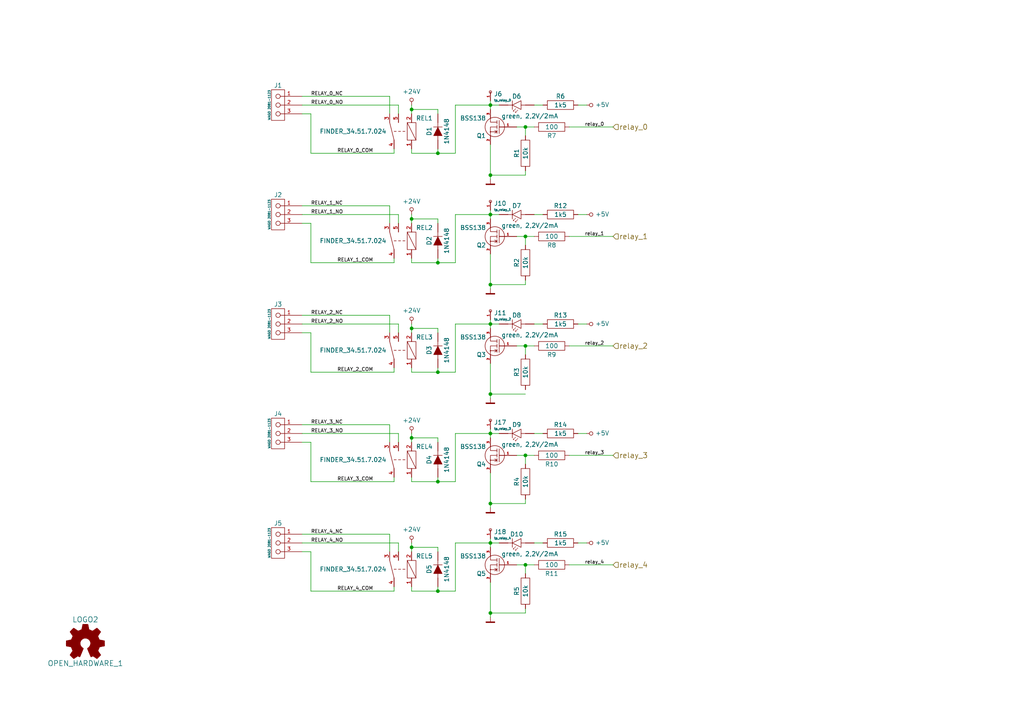
<source format=kicad_sch>
(kicad_sch (version 20211123) (generator eeschema)
  (paper "A4")
  (title_block (title "switch 3pole 5x (relays)") (date "2018-12-27") (rev "B") (company "koewiba"))
  (lib_symbols
    (symbol "connectors:CONN_1" (pin_names (offset 1.016))
      (property "Reference" "J" (at 0 1.905 0))
      (property "Value" "CONN_1" (at 0 -1.905 0))
      (symbol "CONN_1_0_1"
        (circle (center 0 0) (radius 0.3556))
      )
      (symbol "CONN_1_1_1"
        (pin passive line (at -2.54 0 0) (length 2.54) (name "~") (number "1"))
      )
    )
    (symbol "connectors:CONN_3X1" (pin_names (offset 1.016) hide)
      (property "Reference" "J" (at 1.905 5.715 0))
      (property "Value" "CONN_3X1" (at 4.445 0 90))
      (symbol "CONN_3X1_0_1"
        (rectangle (start 0 4.445) (end 3.81 -4.445))
      )
      (symbol "CONN_3X1_1_1"
        (pin passive inverted (at -5.08 2.54 0) (length 7.62) (name "1") (number "1"))
        (pin passive inverted (at -5.08 0 0) (length 7.62) (name "2") (number "2"))
        (pin input inverted (at -5.08 -2.54 0) (length 7.62) (name "3") (number "3"))
      )
    )
    (symbol "logo:OPEN_HARDWARE_1" (pin_names (offset 1.016))
      (property "Reference" "LOGO" (at 0 6.985 0))
      (property "Value" "OPEN_HARDWARE_1" (at 0 -5.715 0))
      (symbol "OPEN_HARDWARE_1_0_1"
        (polyline (pts (xy 3.3528 -4.3434) (xy 3.302 -4.318) (xy 3.175 -4.2418) (xy 2.9972 -4.1148) (xy 2.7686 -3.9624) (xy 2.54 -3.81) (xy 2.3622 -3.7084) (xy 2.2352 -3.6068) (xy 2.1844 -3.5814) (xy 2.159 -3.6068) (xy 2.0574 -3.6576) (xy 1.905 -3.7338) (xy 1.8034 -3.7846) (xy 1.6764 -3.8354) (xy 1.6002 -3.8354) (xy 1.6002 -3.8354) (xy 1.5494 -3.7338) (xy 1.4732 -3.5306) (xy 1.3462 -3.302) (xy 1.2446 -3.0226) (xy 1.1176 -2.7178) (xy 0.9652 -2.413) (xy 0.8636 -2.1082) (xy 0.7366 -1.8288) (xy 0.6604 -1.6256) (xy 0.6096 -1.4732) (xy 0.5842 -1.397) (xy 0.5842 -1.397) (xy 0.6604 -1.3208) (xy 0.7874 -1.2446) (xy 1.0414 -1.016) (xy 1.2954 -0.6858) (xy 1.4478 -0.3302) (xy 1.524 0.0762) (xy 1.4732 0.4572) (xy 1.3208 0.8128) (xy 1.0668 1.143) (xy 0.762 1.3716) (xy 0.4064 1.524) (xy 0 1.5748) (xy -0.381 1.5494) (xy -0.7366 1.397) (xy -1.0668 1.143) (xy -1.2192 0.9906) (xy -1.397 0.6604) (xy -1.524 0.3048) (xy -1.524 0.2286) (xy -1.4986 -0.1778) (xy -1.397 -0.5334) (xy -1.1938 -0.8636) (xy -0.9144 -1.143) (xy -0.8636 -1.1684) (xy -0.7366 -1.27) (xy -0.635 -1.3462) (xy -0.5842 -1.397) (xy -1.0668 -2.5908) (xy -1.143 -2.794) (xy -1.2954 -3.1242) (xy -1.397 -3.4036) (xy -1.4986 -3.6322) (xy -1.5748 -3.7846) (xy -1.6002 -3.8354) (xy -1.6002 -3.8354) (xy -1.651 -3.8354) (xy -1.7272 -3.81) (xy -1.905 -3.7338) (xy -2.0066 -3.683) (xy -2.1336 -3.6068) (xy -2.2098 -3.5814) (xy -2.2606 -3.6068) (xy -2.3622 -3.683) (xy -2.54 -3.81) (xy -2.7686 -3.9624) (xy -2.9718 -4.0894) (xy -3.1496 -4.2164) (xy -3.302 -4.318) (xy -3.3528 -4.3434) (xy -3.3782 -4.3434) (xy -3.429 -4.318) (xy -3.5306 -4.2164) (xy -3.7084 -4.064) (xy -3.937 -3.8354) (xy -3.9624 -3.81) (xy -4.1656 -3.6068) (xy -4.318 -3.4544) (xy -4.4196 -3.3274) (xy -4.445 -3.2766) (xy -4.445 -3.2766) (xy -4.4196 -3.2258) (xy -4.318 -3.0734) (xy -4.2164 -2.8956) (xy -4.064 -2.667) (xy -3.6576 -2.0828) (xy -3.8862 -1.5494) (xy -3.937 -1.3716) (xy -4.0386 -1.1684) (xy -4.0894 -1.0414) (xy -4.1148 -0.9652) (xy -4.191 -0.9398) (xy -4.318 -0.9144) (xy -4.5466 -0.8636) (xy -4.8006 -0.8128) (xy -5.0546 -0.7874) (xy -5.2578 -0.7366) (xy -5.4356 -0.7112) (xy -5.5118 -0.6858) (xy -5.5118 -0.6858) (xy -5.5372 -0.635) (xy -5.5372 -0.5588) (xy -5.5372 -0.4318) (xy -5.5626 -0.2286) (xy -5.5626 0.0762) (xy -5.5626 0.127) (xy -5.5372 0.4064) (xy -5.5372 0.635) (xy -5.5372 0.762) (xy -5.5372 0.8382) (xy -5.5372 0.8382) (xy -5.461 0.8382) (xy -5.3086 0.889) (xy -5.08 0.9144) (xy -4.826 0.9652) (xy -4.8006 0.9906) (xy -4.5466 1.0414) (xy -4.318 1.0668) (xy -4.1656 1.1176) (xy -4.0894 1.143) (xy -4.0894 1.143) (xy -4.0386 1.2446) (xy -3.9624 1.4224) (xy -3.8608 1.6256) (xy -3.7846 1.8288) (xy -3.7084 2.0066) (xy -3.6576 2.159) (xy -3.6322 2.2098) (xy -3.6322 2.2098) (xy -3.683 2.286) (xy -3.7592 2.413) (xy -3.8862 2.5908) (xy -4.064 2.8194) (xy -4.064 2.8448) (xy -4.2164 3.0734) (xy -4.3434 3.2512) (xy -4.4196 3.3782) (xy -4.445 3.4544) (xy -4.445 3.4544) (xy -4.3942 3.5052) (xy -4.2926 3.6322) (xy -4.1148 3.81) (xy -3.937 4.0132) (xy -3.8608 4.064) (xy -3.6576 4.2926) (xy -3.5052 4.4196) (xy -3.4036 4.4958) (xy -3.3528 4.5212) (xy -3.3528 4.5212) (xy -3.302 4.4704) (xy -3.1496 4.3688) (xy -2.9718 4.2418) (xy -2.7432 4.0894) (xy -2.7178 4.0894) (xy -2.4892 3.937) (xy -2.3114 3.81) (xy -2.1844 3.7084) (xy -2.1336 3.683) (xy -2.1082 3.683) (xy -2.032 3.7084) (xy -1.8542 3.7592) (xy -1.6764 3.8354) (xy -1.4732 3.937) (xy -1.27 4.0132) (xy -1.143 4.064) (xy -1.0668 4.1148) (xy -1.0668 4.1148) (xy -1.0414 4.191) (xy -1.016 4.3434) (xy -0.9652 4.572) (xy -0.9144 4.8514) (xy -0.889 4.9022) (xy -0.8382 5.1562) (xy -0.8128 5.3848) (xy -0.7874 5.5372) (xy -0.762 5.588) (xy -0.7112 5.6134) (xy -0.5842 5.6134) (xy -0.4064 5.6134) (xy -0.1524 5.6134) (xy 0.0762 5.6134) (xy 0.3302 5.6134) (xy 0.5334 5.6134) (xy 0.6858 5.588) (xy 0.7366 5.588) (xy 0.7366 5.588) (xy 0.762 5.5118) (xy 0.8128 5.334) (xy 0.8382 5.1054) (xy 0.9144 4.826) (xy 0.9144 4.7752) (xy 0.9652 4.5212) (xy 1.016 4.2926) (xy 1.0414 4.1402) (xy 1.0668 4.0894) (xy 1.0668 4.0894) (xy 1.1938 4.0386) (xy 1.3716 3.9624) (xy 1.5748 3.8608) (xy 2.0828 3.6576) (xy 2.7178 4.0894) (xy 2.7686 4.1402) (xy 2.9972 4.2926) (xy 3.175 4.4196) (xy 3.302 4.4958) (xy 3.3782 4.5212) (xy 3.3782 4.5212) (xy 3.429 4.4704) (xy 3.556 4.3434) (xy 3.7338 4.191) (xy 3.9116 3.9878) (xy 4.064 3.8354) (xy 4.2418 3.6576) (xy 4.3434 3.556) (xy 4.4196 3.4798) (xy 4.4196 3.429) (xy 4.4196 3.4036) (xy 4.3942 3.3274) (xy 4.2926 3.2004) (xy 4.1656 2.9972) (xy 4.0132 2.794) (xy 3.8862 2.5908) (xy 3.7592 2.3876) (xy 3.6576 2.2352) (xy 3.6322 2.159) (xy 3.6322 2.1336) (xy 3.683 2.0066) (xy 3.7592 1.8288) (xy 3.8608 1.6002) (xy 4.064 1.1176) (xy 4.3942 1.0414) (xy 4.5974 1.016) (xy 4.8768 0.9652) (xy 5.1308 0.9144) (xy 5.5372 0.8382) (xy 5.5626 -0.6604) (xy 5.4864 -0.6858) (xy 5.4356 -0.6858) (xy 5.2832 -0.7366) (xy 5.0546 -0.762) (xy 4.8006 -0.8128) (xy 4.5974 -0.8636) (xy 4.3688 -0.9144) (xy 4.2164 -0.9398) (xy 4.1402 -0.9398) (xy 4.1148 -0.9652) (xy 4.064 -1.0668) (xy 3.9878 -1.2446) (xy 3.9116 -1.4478) (xy 3.81 -1.651) (xy 3.7338 -1.8542) (xy 3.683 -2.0066) (xy 3.6576 -2.0828) (xy 3.683 -2.1336) (xy 3.7846 -2.2606) (xy 3.8862 -2.4638) (xy 4.0386 -2.667) (xy 4.191 -2.8956) (xy 4.318 -3.0734) (xy 4.3942 -3.2004) (xy 4.445 -3.2766) (xy 4.4196 -3.3274) (xy 4.3434 -3.429) (xy 4.1656 -3.5814) (xy 3.937 -3.8354) (xy 3.8862 -3.8608) (xy 3.683 -4.064) (xy 3.5306 -4.2164) (xy 3.4036 -4.318) (xy 3.3528 -4.3434)) (fill (type outline)))
      )
    )
    (symbol "power:+24V" (power) (pin_numbers hide) (pin_names (offset 0))
      (property "Value" "+24V" (at 0 2.794 0))
      (symbol "+24V_0_0"
        (pin power_in line (at 0 0 90) (length 0) hide (name "+24V") (number "1"))
      )
      (symbol "+24V_0_1"
        (polyline (pts (xy 0 0) (xy 0 1.016) (xy 0 1.016)))
        (circle (center 0 1.524) (radius 0.508))
      )
    )
    (symbol "power:+5V" (power) (pin_names (offset 1.016))
      (property "Value" "+5V" (at 0 2.794 0))
      (symbol "+5V_0_0"
        (pin power_in line (at 0 0 90) (length 0) hide (name "+5V") (number "1"))
      )
      (symbol "+5V_0_1"
        (polyline (pts (xy 0 0) (xy 0 0.762) (xy 0 0.762) (xy 0 0.762)))
        (circle (center 0 1.27) (radius 0.508))
      )
    )
    (symbol "power:GND" (power) (pin_names (offset 0.254))
      (symbol "GND_0_1"
        (polyline (pts (xy 0 0) (xy 0 -1.27) (xy 0 -1.27)))
        (polyline (pts (xy 1.27 -1.397) (xy -1.27 -1.397) (xy -1.27 -1.397)))
        (polyline (pts (xy 1.27 -1.27) (xy -1.27 -1.27) (xy -1.27 -1.27)))
        (polyline (pts (xy 1.27 -1.27) (xy 1.27 -1.524) (xy -1.27 -1.524) (xy -1.27 -1.27) (xy -1.27 -1.27)))
      )
      (symbol "GND_1_1"
        (pin power_in line (at 0 0 90) (length 0) hide (name "GND") (number "1"))
      )
    )
    (symbol "relays:FINDER_34.51.7.024" (pin_names (offset 1.016) hide)
      (property "Reference" "REL" (at 0.635 -2.54 0))
      (property "Value" "FINDER_34.51.7.024" (at 1.27 8.89 0))
      (symbol "FINDER_34.51.7.024_0_1"
        (rectangle (start -2.54 1.27) (end 2.54 -1.27))
        (polyline (pts (xy -2.54 -1.27) (xy 2.54 1.27)))
        (polyline (pts (xy -2.54 5.08) (xy 2.54 6.35)))
        (polyline (pts (xy 0 1.905) (xy 0 2.54) (xy 0 2.54)))
        (polyline (pts (xy 0 3.175) (xy 0 3.81) (xy 0 3.81)))
        (polyline (pts (xy 0 4.445) (xy 0 5.08) (xy 0 5.08)))
      )
      (symbol "FINDER_34.51.7.024_1_1"
        (pin input line (at -5.08 0 0) (length 2.54) (name "+") (number "1"))
        (pin input line (at 5.08 0 180) (length 2.54) (name "-") (number "2"))
        (pin passive line (at 5.08 6.35 180) (length 2.54) (name "~") (number "3"))
        (pin passive line (at -5.08 5.08 0) (length 2.54) (name "~") (number "4"))
        (pin passive line (at 5.08 3.81 180) (length 2.54) (name "~") (number "5"))
      )
    )
    (symbol "standard:D" (pin_numbers hide) (pin_names (offset 1.016) hide)
      (property "Reference" "D" (at 0.254 2.032 0))
      (property "Value" "D" (at 0 -1.905 0))
      (symbol "D_0_1"
        (polyline (pts (xy -1.27 0) (xy -2.54 0) (xy -2.54 0)))
        (polyline (pts (xy 1.27 1.27) (xy 1.27 -1.27) (xy 1.27 -1.27) (xy 1.27 -1.27)))
        (polyline (pts (xy 1.27 0) (xy -1.27 -1.27) (xy -1.27 1.27) (xy 1.27 0) (xy 1.27 0)) (stroke (width 0.0254)) (fill (type outline)))
        (polyline (pts (xy 2.54 0) (xy 1.27 0) (xy 1.27 0) (xy 1.27 0) (xy 1.27 0)))
      )
      (symbol "D_1_1"
        (pin input line (at -5.08 0 0) (length 2.54) (name "A") (number "1"))
        (pin input line (at 5.08 0 180) (length 2.54) (name "C") (number "2"))
      )
    )
    (symbol "standard:LED" (pin_numbers hide) (pin_names (offset 1.016) hide)
      (property "Reference" "D" (at 0 5.08 0))
      (property "Value" "LED" (at 3.175 1.27 0))
      (symbol "LED_0_1"
        (polyline (pts (xy 3.81 3.81) (xy 2.54 3.81) (xy 2.54 3.81)))
        (polyline (pts (xy 5.461 5.969) (xy 4.699 5.207) (xy 4.699 5.207)) (stroke (width 0.1016)))
        (polyline (pts (xy 6.096 5.588) (xy 5.334 4.826) (xy 5.334 4.826)) (stroke (width 0.1016)))
        (polyline (pts (xy 5.842 5.588) (xy 6.096 5.588) (xy 6.096 5.334) (xy 6.096 5.334)) (stroke (width 0.1016)))
        (polyline (pts (xy 6.35 5.08) (xy 6.35 2.54) (xy 6.35 2.54) (xy 6.35 2.54)))
        (polyline (pts (xy 6.35 3.81) (xy 3.81 2.54) (xy 3.81 5.08) (xy 6.35 3.81) (xy 6.35 3.81)))
        (polyline (pts (xy 7.62 3.81) (xy 6.35 3.81) (xy 6.35 3.81) (xy 6.35 3.81) (xy 6.35 3.81)))
        (polyline (pts (xy 5.207 5.969) (xy 5.461 5.969) (xy 5.461 5.715) (xy 5.461 5.715) (xy 5.461 5.715) (xy 5.461 5.715)) (stroke (width 0.1016)))
      )
      (symbol "LED_1_1"
        (pin input line (at 0 3.81 0) (length 2.54) (name "A") (number "1"))
        (pin input line (at 10.16 3.81 180) (length 2.54) (name "C") (number "2"))
      )
    )
    (symbol "standard:R" (pin_numbers hide) (pin_names (offset 1.016) hide)
      (property "Reference" "R" (at 0 -2.54 0))
      (property "Value" "R" (at 0 0 0))
      (symbol "R_0_1"
        (rectangle (start -3.81 1.27) (end 3.81 -1.27))
      )
      (symbol "R_1_1"
        (pin passive line (at -5.08 0 0) (length 1.27) (name "1") (number "1"))
        (pin passive line (at 5.08 0 180) (length 1.27) (name "2") (number "2"))
      )
    )
    (symbol "transistors:BSS138" (pin_names (offset 1.016) hide)
      (property "Reference" "Q" (at 3.81 -2.54 0))
      (property "Value" "BSS138" (at 3.81 2.54 0))
      (symbol "BSS138_0_1"
        (polyline (pts (xy 0.635 -1.905) (xy 0.635 -0.889)) (stroke (width 0.1524)))
        (polyline (pts (xy 0.635 -1.397) (xy 1.27 -1.778)) (stroke (width 0.1524)))
        (polyline (pts (xy 0.635 -1.397) (xy 1.27 -1.016)) (stroke (width 0.1524)))
        (polyline (pts (xy 0.635 -1.397) (xy 2.54 -1.397)) (stroke (width 0.1524)))
        (polyline (pts (xy 0.635 0.508) (xy 0.635 -0.508)) (stroke (width 0.1524)))
        (polyline (pts (xy 0.635 1.905) (xy 0.635 0.889)) (stroke (width 0.1524)))
        (polyline (pts (xy 0 1.905) (xy 0 -1.905) (xy 0 -1.905)) (stroke (width 0.1524)))
        (polyline (pts (xy 0.635 0) (xy 2.54 0) (xy 2.54 -2.54)) (stroke (width 0.1524)))
        (polyline (pts (xy 0.635 1.397) (xy 2.54 1.397) (xy 2.54 2.54)) (stroke (width 0.1524)))
        (circle (center 1.27 0) (radius 2.8194) (stroke (width 0.1524)))
        (circle (center 2.54 -1.397) (radius 0.1016) (stroke (width 0.1524)))
      )
      (symbol "BSS138_1_1"
        (pin input line (at -5.08 0 0) (length 5.08) (name "G") (number "1"))
        (pin passive line (at 2.54 -5.08 90) (length 2.54) (name "S") (number "2"))
        (pin passive line (at 2.54 5.08 270) (length 2.54) (name "D") (number "3"))
      )
    )
  )
  (junction (at 142.24 50.8))
  (junction (at 142.24 62.23))
  (junction (at 119.38 127))
  (junction (at 142.24 157.48))
  (junction (at 152.4 132.08))
  (junction (at 127 76.2))
  (junction (at 142.24 146.05))
  (junction (at 142.24 177.8))
  (junction (at 119.38 63.5))
  (junction (at 127 139.7))
  (junction (at 152.4 163.83))
  (junction (at 119.38 158.75))
  (junction (at 127 171.45))
  (junction (at 127 44.45))
  (junction (at 142.24 30.48))
  (junction (at 119.38 95.25))
  (junction (at 152.4 36.83))
  (junction (at 127 107.95))
  (junction (at 142.24 125.73))
  (junction (at 142.24 82.55))
  (junction (at 152.4 100.33))
  (junction (at 152.4 68.58))
  (junction (at 142.24 114.3))
  (junction (at 142.24 93.98))
  (junction (at 119.38 31.75))
  (wire (pts (xy 119.38 63.5) (xy 119.38 62.23)))
  (wire (pts (xy 165.1 100.33) (xy 177.8 100.33)))
  (wire (pts (xy 127 76.2) (xy 132.08 76.2)))
  (wire (pts (xy 87.63 64.77) (xy 90.17 64.77)))
  (wire (pts (xy 152.4 166.37) (xy 152.4 163.83)))
  (wire (pts (xy 144.78 30.48) (xy 142.24 30.48)))
  (wire (pts (xy 132.08 93.98) (xy 142.24 93.98)))
  (wire (pts (xy 115.57 157.48) (xy 115.57 160.02)))
  (wire (pts (xy 119.38 107.95) (xy 127 107.95)))
  (wire (pts (xy 152.4 146.05) (xy 142.24 146.05)))
  (wire (pts (xy 144.78 62.23) (xy 142.24 62.23)))
  (wire (pts (xy 152.4 176.53) (xy 152.4 177.8)))
  (wire (pts (xy 119.38 127) (xy 127 127)))
  (wire (pts (xy 142.24 92.71) (xy 142.24 93.98)))
  (wire (pts (xy 119.38 31.75) (xy 119.38 33.02)))
  (wire (pts (xy 115.57 62.23) (xy 115.57 64.77)))
  (wire (pts (xy 115.57 93.98) (xy 115.57 96.52)))
  (wire (pts (xy 167.64 125.73) (xy 170.18 125.73)))
  (wire (pts (xy 90.17 160.02) (xy 90.17 171.45)))
  (wire (pts (xy 127 63.5) (xy 127 64.77)))
  (wire (pts (xy 152.4 68.58) (xy 154.94 68.58)))
  (wire (pts (xy 142.24 137.16) (xy 142.24 146.05)))
  (wire (pts (xy 152.4 144.78) (xy 152.4 146.05)))
  (wire (pts (xy 115.57 30.48) (xy 115.57 33.02)))
  (wire (pts (xy 149.86 163.83) (xy 152.4 163.83)))
  (wire (pts (xy 119.38 95.25) (xy 119.38 96.52)))
  (wire (pts (xy 154.94 30.48) (xy 157.48 30.48)))
  (wire (pts (xy 119.38 171.45) (xy 127 171.45)))
  (wire (pts (xy 142.24 60.96) (xy 142.24 62.23)))
  (wire (pts (xy 132.08 30.48) (xy 142.24 30.48)))
  (wire (pts (xy 167.64 157.48) (xy 170.18 157.48)))
  (wire (pts (xy 132.08 107.95) (xy 132.08 93.98)))
  (wire (pts (xy 132.08 44.45) (xy 132.08 30.48)))
  (wire (pts (xy 142.24 156.21) (xy 142.24 157.48)))
  (wire (pts (xy 127 158.75) (xy 119.38 158.75)))
  (wire (pts (xy 142.24 105.41) (xy 142.24 114.3)))
  (wire (pts (xy 132.08 125.73) (xy 142.24 125.73)))
  (wire (pts (xy 152.4 102.87) (xy 152.4 100.33)))
  (wire (pts (xy 127 33.02) (xy 127 31.75)))
  (wire (pts (xy 142.24 168.91) (xy 142.24 177.8)))
  (wire (pts (xy 114.3 76.2) (xy 90.17 76.2)))
  (wire (pts (xy 87.63 30.48) (xy 115.57 30.48)))
  (wire (pts (xy 142.24 95.25) (xy 142.24 93.98)))
  (wire (pts (xy 119.38 128.27) (xy 119.38 127)))
  (wire (pts (xy 167.64 93.98) (xy 170.18 93.98)))
  (wire (pts (xy 149.86 68.58) (xy 152.4 68.58)))
  (wire (pts (xy 87.63 96.52) (xy 90.17 96.52)))
  (wire (pts (xy 127 127) (xy 127 128.27)))
  (wire (pts (xy 142.24 177.8) (xy 152.4 177.8)))
  (wire (pts (xy 87.63 154.94) (xy 113.03 154.94)))
  (wire (pts (xy 127 43.18) (xy 127 44.45)))
  (wire (pts (xy 113.03 27.94) (xy 113.03 33.02)))
  (wire (pts (xy 119.38 127) (xy 119.38 125.73)))
  (wire (pts (xy 142.24 29.21) (xy 142.24 30.48)))
  (wire (pts (xy 142.24 146.05) (xy 142.24 147.32)))
  (wire (pts (xy 119.38 44.45) (xy 127 44.45)))
  (wire (pts (xy 113.03 123.19) (xy 113.03 128.27)))
  (wire (pts (xy 114.3 76.2) (xy 114.3 74.93)))
  (wire (pts (xy 90.17 33.02) (xy 90.17 44.45)))
  (wire (pts (xy 87.63 59.69) (xy 113.03 59.69)))
  (wire (pts (xy 114.3 107.95) (xy 90.17 107.95)))
  (wire (pts (xy 87.63 33.02) (xy 90.17 33.02)))
  (wire (pts (xy 142.24 50.8) (xy 142.24 52.07)))
  (wire (pts (xy 119.38 157.48) (xy 119.38 158.75)))
  (wire (pts (xy 127 171.45) (xy 132.08 171.45)))
  (wire (pts (xy 114.3 43.18) (xy 114.3 44.45)))
  (wire (pts (xy 154.94 125.73) (xy 157.48 125.73)))
  (wire (pts (xy 119.38 30.48) (xy 119.38 31.75)))
  (wire (pts (xy 142.24 41.91) (xy 142.24 50.8)))
  (wire (pts (xy 152.4 100.33) (xy 154.94 100.33)))
  (wire (pts (xy 152.4 163.83) (xy 154.94 163.83)))
  (wire (pts (xy 127 170.18) (xy 127 171.45)))
  (wire (pts (xy 90.17 128.27) (xy 90.17 139.7)))
  (wire (pts (xy 127 44.45) (xy 132.08 44.45)))
  (wire (pts (xy 154.94 62.23) (xy 157.48 62.23)))
  (wire (pts (xy 113.03 59.69) (xy 113.03 64.77)))
  (wire (pts (xy 114.3 106.68) (xy 114.3 107.95)))
  (wire (pts (xy 119.38 139.7) (xy 119.38 138.43)))
  (wire (pts (xy 114.3 138.43) (xy 114.3 139.7)))
  (wire (pts (xy 132.08 76.2) (xy 132.08 62.23)))
  (wire (pts (xy 87.63 62.23) (xy 115.57 62.23)))
  (wire (pts (xy 87.63 125.73) (xy 115.57 125.73)))
  (wire (pts (xy 119.38 43.18) (xy 119.38 44.45)))
  (wire (pts (xy 142.24 157.48) (xy 142.24 158.75)))
  (wire (pts (xy 149.86 36.83) (xy 152.4 36.83)))
  (wire (pts (xy 119.38 93.98) (xy 119.38 95.25)))
  (wire (pts (xy 142.24 114.3) (xy 152.4 114.3)))
  (wire (pts (xy 165.1 163.83) (xy 177.8 163.83)))
  (wire (pts (xy 90.17 96.52) (xy 90.17 107.95)))
  (wire (pts (xy 154.94 93.98) (xy 157.48 93.98)))
  (wire (pts (xy 87.63 91.44) (xy 113.03 91.44)))
  (wire (pts (xy 87.63 93.98) (xy 115.57 93.98)))
  (wire (pts (xy 119.38 106.68) (xy 119.38 107.95)))
  (wire (pts (xy 165.1 132.08) (xy 177.8 132.08)))
  (wire (pts (xy 119.38 76.2) (xy 119.38 74.93)))
  (wire (pts (xy 132.08 62.23) (xy 142.24 62.23)))
  (wire (pts (xy 127 160.02) (xy 127 158.75)))
  (wire (pts (xy 119.38 139.7) (xy 127 139.7)))
  (wire (pts (xy 132.08 171.45) (xy 132.08 157.48)))
  (wire (pts (xy 149.86 132.08) (xy 152.4 132.08)))
  (wire (pts (xy 90.17 64.77) (xy 90.17 76.2)))
  (wire (pts (xy 127 107.95) (xy 132.08 107.95)))
  (wire (pts (xy 142.24 63.5) (xy 142.24 62.23)))
  (wire (pts (xy 87.63 123.19) (xy 113.03 123.19)))
  (wire (pts (xy 87.63 27.94) (xy 113.03 27.94)))
  (wire (pts (xy 87.63 157.48) (xy 115.57 157.48)))
  (wire (pts (xy 152.4 36.83) (xy 154.94 36.83)))
  (wire (pts (xy 142.24 124.46) (xy 142.24 125.73)))
  (wire (pts (xy 113.03 154.94) (xy 113.03 160.02)))
  (wire (pts (xy 142.24 83.82) (xy 142.24 82.55)))
  (wire (pts (xy 144.78 93.98) (xy 142.24 93.98)))
  (wire (pts (xy 113.03 91.44) (xy 113.03 96.52)))
  (wire (pts (xy 114.3 139.7) (xy 90.17 139.7)))
  (wire (pts (xy 152.4 82.55) (xy 142.24 82.55)))
  (wire (pts (xy 127 74.93) (xy 127 76.2)))
  (wire (pts (xy 115.57 125.73) (xy 115.57 128.27)))
  (wire (pts (xy 152.4 132.08) (xy 154.94 132.08)))
  (wire (pts (xy 167.64 30.48) (xy 170.18 30.48)))
  (wire (pts (xy 142.24 114.3) (xy 142.24 115.57)))
  (wire (pts (xy 142.24 73.66) (xy 142.24 82.55)))
  (wire (pts (xy 165.1 36.83) (xy 177.8 36.83)))
  (wire (pts (xy 152.4 49.53) (xy 152.4 50.8)))
  (wire (pts (xy 119.38 170.18) (xy 119.38 171.45)))
  (wire (pts (xy 142.24 30.48) (xy 142.24 31.75)))
  (wire (pts (xy 119.38 76.2) (xy 127 76.2)))
  (wire (pts (xy 165.1 68.58) (xy 177.8 68.58)))
  (wire (pts (xy 119.38 64.77) (xy 119.38 63.5)))
  (wire (pts (xy 127 95.25) (xy 119.38 95.25)))
  (wire (pts (xy 152.4 134.62) (xy 152.4 132.08)))
  (wire (pts (xy 87.63 128.27) (xy 90.17 128.27)))
  (wire (pts (xy 167.64 62.23) (xy 170.18 62.23)))
  (wire (pts (xy 127 139.7) (xy 132.08 139.7)))
  (wire (pts (xy 114.3 171.45) (xy 114.3 170.18)))
  (wire (pts (xy 152.4 81.28) (xy 152.4 82.55)))
  (wire (pts (xy 142.24 127) (xy 142.24 125.73)))
  (wire (pts (xy 144.78 125.73) (xy 142.24 125.73)))
  (wire (pts (xy 114.3 44.45) (xy 90.17 44.45)))
  (wire (pts (xy 127 96.52) (xy 127 95.25)))
  (wire (pts (xy 127 138.43) (xy 127 139.7)))
  (wire (pts (xy 114.3 171.45) (xy 90.17 171.45)))
  (wire (pts (xy 119.38 158.75) (xy 119.38 160.02)))
  (wire (pts (xy 127 106.68) (xy 127 107.95)))
  (wire (pts (xy 152.4 50.8) (xy 142.24 50.8)))
  (wire (pts (xy 119.38 63.5) (xy 127 63.5)))
  (wire (pts (xy 132.08 157.48) (xy 142.24 157.48)))
  (wire (pts (xy 144.78 157.48) (xy 142.24 157.48)))
  (wire (pts (xy 142.24 177.8) (xy 142.24 179.07)))
  (wire (pts (xy 149.86 100.33) (xy 152.4 100.33)))
  (wire (pts (xy 132.08 139.7) (xy 132.08 125.73)))
  (wire (pts (xy 154.94 157.48) (xy 157.48 157.48)))
  (wire (pts (xy 152.4 71.12) (xy 152.4 68.58)))
  (wire (pts (xy 127 31.75) (xy 119.38 31.75)))
  (wire (pts (xy 87.63 160.02) (xy 90.17 160.02)))
  (wire (pts (xy 152.4 39.37) (xy 152.4 36.83)))
  (label "RELAY_2_NO" (at 90.17 93.98 0) (effects (font (size 1.016 1.016))))
  (label "RELAY_0_NO" (at 90.17 30.48 0) (effects (font (size 1.016 1.016))))
  (label "relay_4" (at 175.26 163.83 180) (effects (font (size 1.016 1.016))))
  (label "relay_3" (at 175.26 132.08 180) (effects (font (size 1.016 1.016))))
  (label "RELAY_3_NO" (at 90.17 125.73 0) (effects (font (size 1.016 1.016))))
  (label "RELAY_2_NC" (at 90.17 91.44 0) (effects (font (size 1.016 1.016))))
  (label "RELAY_3_NC" (at 90.17 123.19 0) (effects (font (size 1.016 1.016))))
  (label "RELAY_1_NC" (at 90.17 59.69 0) (effects (font (size 1.016 1.016))))
  (label "RELAY_1_COM" (at 97.79 76.2 0) (effects (font (size 1.016 1.016))))
  (label "RELAY_1_NO" (at 90.17 62.23 0) (effects (font (size 1.016 1.016))))
  (label "RELAY_3_COM" (at 97.79 139.7 0) (effects (font (size 1.016 1.016))))
  (label "RELAY_0_COM" (at 97.79 44.45 0) (effects (font (size 1.016 1.016))))
  (label "relay_0" (at 175.26 36.83 180) (effects (font (size 1.016 1.016))))
  (label "RELAY_4_NO" (at 90.17 157.48 0) (effects (font (size 1.016 1.016))))
  (label "RELAY_2_COM" (at 97.79 107.95 0) (effects (font (size 1.016 1.016))))
  (label "relay_2" (at 175.26 100.33 180) (effects (font (size 1.016 1.016))))
  (label "RELAY_4_NC" (at 90.17 154.94 0) (effects (font (size 1.016 1.016))))
  (label "RELAY_4_COM" (at 97.79 171.45 0) (effects (font (size 1.016 1.016))))
  (label "RELAY_0_NC" (at 90.17 27.94 0) (effects (font (size 1.016 1.016))))
  (label "relay_1" (at 175.26 68.58 180) (effects (font (size 1.016 1.016))))
  (hierarchical_label "relay_3" (shape input) (at 177.8 132.08 0) (effects (font (size 1.524 1.524))))
  (hierarchical_label "relay_1" (shape input) (at 177.8 68.58 0) (effects (font (size 1.524 1.524))))
  (hierarchical_label "relay_2" (shape input) (at 177.8 100.33 0) (effects (font (size 1.524 1.524))))
  (hierarchical_label "relay_4" (shape input) (at 177.8 163.83 0) (effects (font (size 1.524 1.524))))
  (hierarchical_label "relay_0" (shape input) (at 177.8 36.83 0) (effects (font (size 1.524 1.524))))
  (symbol (lib_id "power:+24V") (at 119.38 62.23 0) (unit 1)
    (property "Reference" "#PWR04" (effects hide))
    (property "Value" "+24V" (at 119.38 58.42 0))
  )
  (symbol (lib_id "standard:D") (at 127 38.1 90) (unit 1)
    (property "Reference" "D1" (at 124.46 38.1 0))
    (property "Value" "1N4148" (at 129.54 38.1 0))
    (property "Footprint" "Diode_SMD:D_SOD323" (effects hide))
  )
  (symbol (lib_id "standard:D") (at 127 69.85 90) (unit 1)
    (property "Reference" "D2" (at 124.46 69.85 0))
    (property "Value" "1N4148" (at 129.54 69.85 0))
    (property "Footprint" "Diode_SMD:D_SOD323" (effects hide))
  )
  (symbol (lib_id "transistors:BSS138") (at 144.78 68.58 0) (mirror y) (unit 1)
    (property "Reference" "Q2" (at 140.97 71.12 0) (effects (justify left)))
    (property "Value" "BSS138" (at 140.97 66.04 0) (effects (justify left)))
    (property "Footprint" "Housings_SOT:SOT23-3" (effects hide))
  )
  (symbol (lib_id "transistors:BSS138") (at 144.78 36.83 0) (mirror y) (unit 1)
    (property "Reference" "Q1" (at 140.97 39.37 0) (effects (justify left)))
    (property "Value" "BSS138" (at 140.97 34.29 0) (effects (justify left)))
    (property "Footprint" "Housings_SOT:SOT23-3" (effects hide))
  )
  (symbol (lib_id "standard:R") (at 160.02 36.83 0) (unit 1)
    (property "Reference" "R7" (at 160.02 39.37 0))
    (property "Value" "100" (at 160.02 36.83 0))
    (property "Footprint" "Resistor:R_0805" (effects hide))
  )
  (symbol (lib_id "standard:R") (at 152.4 44.45 270) (unit 1)
    (property "Reference" "R1" (at 149.86 44.45 0))
    (property "Value" "10k" (at 152.4 44.45 0))
    (property "Footprint" "Resistor:R_0805" (effects hide))
  )
  (symbol (lib_id "standard:R") (at 152.4 76.2 270) (unit 1)
    (property "Reference" "R2" (at 149.86 76.2 0))
    (property "Value" "10k" (at 152.4 76.2 0))
    (property "Footprint" "Resistor:R_0805" (effects hide))
  )
  (symbol (lib_id "standard:R") (at 160.02 68.58 0) (unit 1)
    (property "Reference" "R8" (at 160.02 71.12 0))
    (property "Value" "100" (at 160.02 68.58 0))
    (property "Footprint" "Resistor:R_0805" (effects hide))
  )
  (symbol (lib_id "power:GND") (at 142.24 83.82 0) (unit 1)
    (property "Reference" "#PWR05" (effects hide))
    (property "Value" "GND" (effects hide))
  )
  (symbol (lib_id "power:GND") (at 142.24 52.07 0) (unit 1)
    (property "Reference" "#PWR06" (effects hide))
    (property "Value" "GND" (effects hide))
  )
  (symbol (lib_id "relays:FINDER_34.51.7.024") (at 119.38 38.1 90) (unit 1)
    (property "Reference" "REL1" (at 120.65 34.29 90) (effects (justify right)))
    (property "Value" "FINDER_34.51.7.024" (at 92.71 38.1 90) (effects (justify right)))
    (property "Footprint" "Relay:finder_34.51_1xUM" (effects hide))
  )
  (symbol (lib_id "relays:FINDER_34.51.7.024") (at 119.38 69.85 90) (unit 1)
    (property "Reference" "REL2" (at 120.65 66.04 90) (effects (justify right)))
    (property "Value" "FINDER_34.51.7.024" (at 92.71 69.85 90) (effects (justify right)))
    (property "Footprint" "Relay:finder_34.51_1xUM" (effects hide))
  )
  (symbol (lib_id "power:+24V") (at 119.38 30.48 0) (unit 1)
    (property "Reference" "#PWR07" (effects hide))
    (property "Value" "+24V" (at 119.38 26.5684 0))
  )
  (symbol (lib_id "power:+24V") (at 119.38 125.73 0) (unit 1)
    (property "Reference" "#PWR08" (effects hide))
    (property "Value" "+24V" (at 119.38 121.92 0))
  )
  (symbol (lib_id "standard:D") (at 127 101.6 90) (unit 1)
    (property "Reference" "D3" (at 124.46 101.6 0))
    (property "Value" "1N4148" (at 129.54 101.6 0))
    (property "Footprint" "Diode_SMD:D_SOD323" (effects hide))
  )
  (symbol (lib_id "standard:D") (at 127 133.35 90) (unit 1)
    (property "Reference" "D4" (at 124.46 133.35 0))
    (property "Value" "1N4148" (at 129.54 133.35 0))
    (property "Footprint" "Diode_SMD:D_SOD323" (effects hide))
  )
  (symbol (lib_id "transistors:BSS138") (at 144.78 132.08 0) (mirror y) (unit 1)
    (property "Reference" "Q4" (at 140.97 134.62 0) (effects (justify left)))
    (property "Value" "BSS138" (at 140.97 129.54 0) (effects (justify left)))
    (property "Footprint" "Housings_SOT:SOT23-3" (effects hide))
  )
  (symbol (lib_id "transistors:BSS138") (at 144.78 100.33 0) (mirror y) (unit 1)
    (property "Reference" "Q3" (at 140.97 102.87 0) (effects (justify left)))
    (property "Value" "BSS138" (at 140.97 97.79 0) (effects (justify left)))
    (property "Footprint" "Housings_SOT:SOT23-3" (effects hide))
  )
  (symbol (lib_id "standard:R") (at 160.02 100.33 0) (unit 1)
    (property "Reference" "R9" (at 160.02 102.87 0))
    (property "Value" "100" (at 160.02 100.33 0))
    (property "Footprint" "Resistor:R_0805" (effects hide))
  )
  (symbol (lib_id "standard:R") (at 152.4 107.95 270) (unit 1)
    (property "Reference" "R3" (at 149.86 107.95 0))
    (property "Value" "10k" (at 152.4 107.95 0))
    (property "Footprint" "Resistor:R_0805" (effects hide))
  )
  (symbol (lib_id "standard:R") (at 152.4 139.7 270) (unit 1)
    (property "Reference" "R4" (at 149.86 139.7 0))
    (property "Value" "10k" (at 152.4 139.7 0))
    (property "Footprint" "Resistor:R_0805" (effects hide))
  )
  (symbol (lib_id "standard:R") (at 160.02 132.08 0) (unit 1)
    (property "Reference" "R10" (at 160.02 134.62 0))
    (property "Value" "100" (at 160.02 132.08 0))
    (property "Footprint" "Resistor:R_0805" (effects hide))
  )
  (symbol (lib_id "power:GND") (at 142.24 147.32 0) (unit 1)
    (property "Reference" "#PWR09" (effects hide))
    (property "Value" "GND" (effects hide))
  )
  (symbol (lib_id "power:GND") (at 142.24 115.57 0) (unit 1)
    (property "Reference" "#PWR010" (effects hide))
    (property "Value" "GND" (effects hide))
  )
  (symbol (lib_id "relays:FINDER_34.51.7.024") (at 119.38 133.35 90) (unit 1)
    (property "Reference" "REL4" (at 120.65 129.54 90) (effects (justify right)))
    (property "Value" "FINDER_34.51.7.024" (at 92.71 133.35 90) (effects (justify right)))
    (property "Footprint" "Relay:finder_34.51_1xUM" (effects hide))
  )
  (symbol (lib_id "relays:FINDER_34.51.7.024") (at 119.38 101.6 90) (unit 1)
    (property "Reference" "REL3" (at 120.65 97.79 90) (effects (justify right)))
    (property "Value" "FINDER_34.51.7.024" (at 92.71 101.6 90) (effects (justify right)))
    (property "Footprint" "Relay:finder_34.51_1xUM" (effects hide))
  )
  (symbol (lib_id "power:+24V") (at 119.38 93.98 0) (unit 1)
    (property "Reference" "#PWR011" (effects hide))
    (property "Value" "+24V" (at 119.38 90.0684 0))
  )
  (symbol (lib_id "standard:D") (at 127 165.1 90) (unit 1)
    (property "Reference" "D5" (at 124.46 165.1 0))
    (property "Value" "1N4148" (at 129.54 165.1 0))
    (property "Footprint" "Diode_SMD:D_SOD323" (effects hide))
  )
  (symbol (lib_id "transistors:BSS138") (at 144.78 163.83 0) (mirror y) (unit 1)
    (property "Reference" "Q5" (at 140.97 166.37 0) (effects (justify left)))
    (property "Value" "BSS138" (at 140.97 161.29 0) (effects (justify left)))
    (property "Footprint" "Housings_SOT:SOT23-3" (effects hide))
  )
  (symbol (lib_id "standard:R") (at 160.02 163.83 0) (unit 1)
    (property "Reference" "R11" (at 160.02 166.37 0))
    (property "Value" "100" (at 160.02 163.83 0))
    (property "Footprint" "Resistor:R_0805" (effects hide))
  )
  (symbol (lib_id "standard:R") (at 152.4 171.45 270) (unit 1)
    (property "Reference" "R5" (at 149.86 171.45 0))
    (property "Value" "10k" (at 152.4 171.45 0))
    (property "Footprint" "Resistor:R_0805" (effects hide))
  )
  (symbol (lib_id "power:GND") (at 142.24 179.07 0) (unit 1)
    (property "Reference" "#PWR012" (effects hide))
    (property "Value" "GND" (effects hide))
  )
  (symbol (lib_id "relays:FINDER_34.51.7.024") (at 119.38 165.1 90) (unit 1)
    (property "Reference" "REL5" (at 120.65 161.29 90) (effects (justify right)))
    (property "Value" "FINDER_34.51.7.024" (at 92.71 165.1 90) (effects (justify right)))
    (property "Footprint" "Relay:finder_34.51_1xUM" (effects hide))
  )
  (symbol (lib_id "power:+24V") (at 119.38 157.48 0) (unit 1)
    (property "Reference" "#PWR013" (effects hide))
    (property "Value" "+24V" (at 119.38 153.5684 0))
  )
  (symbol (lib_id "logo:OPEN_HARDWARE_1") (at 24.765 186.69 0) (unit 1)
    (property "Reference" "LOGO2" (at 24.765 179.705 0) (effects (font (size 1.524 1.524))))
    (property "Value" "OPEN_HARDWARE_1" (at 24.765 192.405 0) (effects (font (size 1.524 1.524))))
    (property "Footprint" "Symbol:Symbol_OSHW-Logo_Copper" (effects hide))
  )
  (symbol (lib_id "connectors:CONN_3X1") (at 82.55 30.48 0) (mirror y) (unit 1)
    (property "Reference" "J1" (at 80.645 24.765 0))
    (property "Value" "WAGO 2081-1123" (at 78.105 30.48 90) (effects (font (size 0.635 0.635))))
    (property "Footprint" "Connector_WAGO:WAGO2081-1123" (effects hide))
  )
  (symbol (lib_id "connectors:CONN_3X1") (at 82.55 62.23 0) (mirror y) (unit 1)
    (property "Reference" "J2" (at 80.645 56.515 0))
    (property "Value" "WAGO 2081-1123" (at 78.105 62.23 90) (effects (font (size 0.635 0.635))))
    (property "Footprint" "Connector_WAGO:WAGO2081-1123" (effects hide))
  )
  (symbol (lib_id "connectors:CONN_3X1") (at 82.55 93.98 0) (mirror y) (unit 1)
    (property "Reference" "J3" (at 80.645 88.265 0))
    (property "Value" "WAGO 2081-1123" (at 78.105 93.98 90) (effects (font (size 0.635 0.635))))
    (property "Footprint" "Connector_WAGO:WAGO2081-1123" (effects hide))
  )
  (symbol (lib_id "connectors:CONN_3X1") (at 82.55 125.73 0) (mirror y) (unit 1)
    (property "Reference" "J4" (at 80.645 120.015 0))
    (property "Value" "WAGO 2081-1123" (at 78.105 125.73 90) (effects (font (size 0.635 0.635))))
    (property "Footprint" "Connector_WAGO:WAGO2081-1123" (effects hide))
  )
  (symbol (lib_id "connectors:CONN_3X1") (at 82.55 157.48 0) (mirror y) (unit 1)
    (property "Reference" "J5" (at 80.645 151.765 0))
    (property "Value" "WAGO 2081-1123" (at 78.105 157.48 90) (effects (font (size 0.635 0.635))))
    (property "Footprint" "Connector_WAGO:WAGO2081-1123" (effects hide))
  )
  (symbol (lib_id "standard:LED") (at 154.94 26.67 180) (unit 1)
    (property "Reference" "D6" (at 149.86 27.94 0))
    (property "Value" "green, 2,2V/2mA" (at 153.67 33.655 0))
    (property "Footprint" "LED:LED_RM2.54mm_D3mm" (effects hide))
  )
  (symbol (lib_id "standard:LED") (at 154.94 58.42 180) (unit 1)
    (property "Reference" "D7" (at 149.86 59.69 0))
    (property "Value" "green, 2,2V/2mA" (at 153.67 65.405 0))
    (property "Footprint" "LED:LED_RM2.54mm_D3mm" (effects hide))
  )
  (symbol (lib_id "standard:LED") (at 154.94 90.17 180) (unit 1)
    (property "Reference" "D8" (at 149.86 91.44 0))
    (property "Value" "green, 2,2V/2mA" (at 153.67 97.155 0))
    (property "Footprint" "LED:LED_RM2.54mm_D3mm" (effects hide))
  )
  (symbol (lib_id "standard:LED") (at 154.94 121.92 180) (unit 1)
    (property "Reference" "D9" (at 149.86 123.19 0))
    (property "Value" "green, 2,2V/2mA" (at 153.67 128.905 0))
    (property "Footprint" "LED:LED_RM2.54mm_D3mm" (effects hide))
  )
  (symbol (lib_id "standard:LED") (at 154.94 153.67 180) (unit 1)
    (property "Reference" "D10" (at 149.86 154.94 0))
    (property "Value" "green, 2,2V/2mA" (at 153.67 160.655 0))
    (property "Footprint" "LED:LED_RM2.54mm_D3mm" (effects hide))
  )
  (symbol (lib_id "connectors:CONN_1") (at 142.24 58.42 90) (unit 1)
    (property "Reference" "J10" (at 143.2814 59.0042 90) (effects (justify right)))
    (property "Value" "tp_relay_1" (at 143.2814 60.833 90) (effects (font (size 0.635 0.635)) (justify right)))
    (property "Footprint" "Connector_Miscelleaneus:Testpoint_1mm" (effects hide))
  )
  (symbol (lib_id "connectors:CONN_1") (at 142.24 26.67 90) (unit 1)
    (property "Reference" "J6" (at 143.2814 27.2542 90) (effects (justify right)))
    (property "Value" "tp_relay_0" (at 143.2814 29.083 90) (effects (font (size 0.635 0.635)) (justify right)))
    (property "Footprint" "Connector_Miscelleaneus:Testpoint_1mm" (effects hide))
  )
  (symbol (lib_id "connectors:CONN_1") (at 142.24 153.67 90) (unit 1)
    (property "Reference" "J18" (at 143.2814 154.2542 90) (effects (justify right)))
    (property "Value" "tp_relay_4" (at 143.2814 156.083 90) (effects (font (size 0.635 0.635)) (justify right)))
    (property "Footprint" "Connector_Miscelleaneus:Testpoint_1mm" (effects hide))
  )
  (symbol (lib_id "connectors:CONN_1") (at 142.24 121.92 90) (unit 1)
    (property "Reference" "J17" (at 143.2814 122.5042 90) (effects (justify right)))
    (property "Value" "tp_relay_3" (at 143.2814 124.333 90) (effects (font (size 0.635 0.635)) (justify right)))
    (property "Footprint" "Connector_Miscelleaneus:Testpoint_1mm" (effects hide))
  )
  (symbol (lib_id "connectors:CONN_1") (at 142.24 90.17 90) (unit 1)
    (property "Reference" "J11" (at 143.2814 90.7542 90) (effects (justify right)))
    (property "Value" "tp_relay_2" (at 143.2814 92.583 90) (effects (font (size 0.635 0.635)) (justify right)))
    (property "Footprint" "Connector_Miscelleaneus:Testpoint_1mm" (effects hide))
  )
  (symbol (lib_id "standard:R") (at 162.56 157.48 0) (unit 1)
    (property "Reference" "R15" (at 162.56 154.94 0))
    (property "Value" "1k5" (at 162.56 157.48 0))
    (property "Footprint" "Resistor:R_0805" (effects hide))
  )
  (symbol (lib_id "standard:R") (at 162.56 125.73 0) (unit 1)
    (property "Reference" "R14" (at 162.56 123.19 0))
    (property "Value" "1k5" (at 162.56 125.73 0))
    (property "Footprint" "Resistor:R_0805" (effects hide))
  )
  (symbol (lib_id "standard:R") (at 162.56 93.98 0) (unit 1)
    (property "Reference" "R13" (at 162.56 91.44 0))
    (property "Value" "1k5" (at 162.56 93.98 0))
    (property "Footprint" "Resistor:R_0805" (effects hide))
  )
  (symbol (lib_id "standard:R") (at 162.56 62.23 0) (unit 1)
    (property "Reference" "R12" (at 162.56 59.69 0))
    (property "Value" "1k5" (at 162.56 62.23 0))
    (property "Footprint" "Resistor:R_0805" (effects hide))
  )
  (symbol (lib_id "standard:R") (at 162.56 30.48 0) (unit 1)
    (property "Reference" "R6" (at 162.56 27.94 0))
    (property "Value" "1k5" (at 162.56 30.48 0))
    (property "Footprint" "Resistor:R_0805" (effects hide))
  )
  (symbol (lib_id "power:+5V") (at 170.18 30.48 270) (unit 1)
    (property "Reference" "#PWR0101" (effects hide))
    (property "Value" "+5V" (at 172.6438 30.3784 90) (effects (justify left)))
  )
  (symbol (lib_id "power:+5V") (at 170.18 62.23 270) (unit 1)
    (property "Reference" "#PWR0102" (effects hide))
    (property "Value" "+5V" (at 172.6438 62.1284 90) (effects (justify left)))
  )
  (symbol (lib_id "power:+5V") (at 170.18 93.98 270) (unit 1)
    (property "Reference" "#PWR0103" (effects hide))
    (property "Value" "+5V" (at 172.6438 93.8784 90) (effects (justify left)))
  )
  (symbol (lib_id "power:+5V") (at 170.18 125.73 270) (unit 1)
    (property "Reference" "#PWR0104" (effects hide))
    (property "Value" "+5V" (at 172.6438 125.6284 90) (effects (justify left)))
  )
  (symbol (lib_id "power:+5V") (at 170.18 157.48 270) (unit 1)
    (property "Reference" "#PWR0105" (effects hide))
    (property "Value" "+5V" (at 172.6438 157.3784 90) (effects (justify left)))
  )
)
</source>
